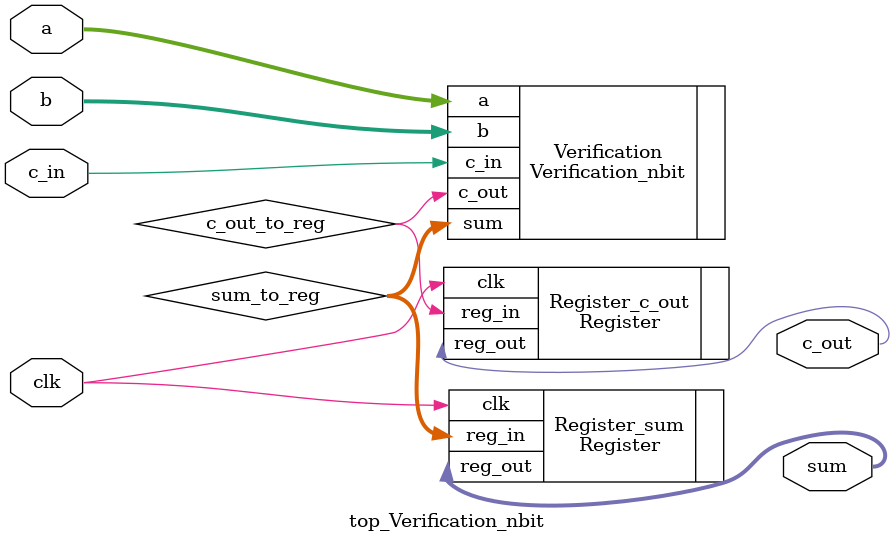
<source format=v>
`timescale 1ns / 1ns
module top_Verification_nbit(clk, c_out, sum, a, b, c_in);

	parameter W = 32;
	
	input clk;
	input [W-1:0] a, b;
	input c_in;
	output [W-1:0] sum;
	output c_out;
	
	wire c_out_to_reg;
	wire [W-1:0] sum_to_reg;
	
	Verification_nbit
	#(.W(W))
	Verification
	(
		.c_out(c_out_to_reg),
		.sum(sum_to_reg),
		.a(a),
		.b(b),
		.c_in(c_in)
	);
	
	Register
	#(.W(W))
	Register_sum
	(
		.clk(clk),
		.reg_in(sum_to_reg),
		.reg_out(sum)
	);	
	
	
	Register
	#(.W(1))
	Register_c_out
	(
		.clk(clk),
		.reg_in(c_out_to_reg),
		.reg_out(c_out)
	);	
	

endmodule

</source>
